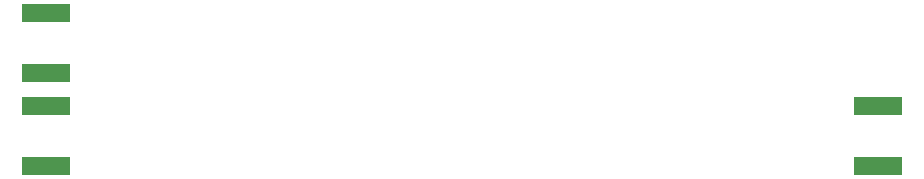
<source format=gbr>
G04 EAGLE Gerber RS-274X export*
G75*
%MOMM*%
%FSLAX34Y34*%
%LPD*%
%INSolderpaste Bottom*%
%IPPOS*%
%AMOC8*
5,1,8,0,0,1.08239X$1,22.5*%
G01*
%ADD10R,4.060000X1.520000*%


D10*
X-59690Y495300D03*
X-59690Y444500D03*
X-59690Y574040D03*
X-59690Y523240D03*
X645160Y495300D03*
X645160Y444500D03*
M02*

</source>
